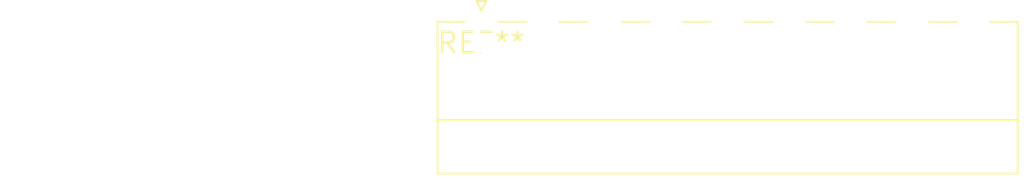
<source format=kicad_pcb>
(kicad_pcb (version 20240108) (generator pcbnew)
  (layers (0 "F.Cu" signal) (31 "B.Cu" signal) (34 "B.Paste" user) (35 "F.Paste" user) (36 "B.SilkS" user "B.Silkscreen") (37 "F.SilkS" user "F.Silkscreen") (38 "B.Mask" user) (39 "F.Mask" user) (44 "Edge.Cuts" user))
  (net 0 "")
  (footprint "PhoenixContact_MC_1,5_9-G-3.81_1x09_P3.81mm_Horizontal" (layer "F.Cu") (at 0 0)
    (property "Reference" "REF**")
    (property "Value" "PhoenixContact_MC_1,5_9-G-3.81_1x09_P3.81mm_Horizontal")
    (fp_line (start -2.71 -1.31) (end -2.71 8.11) (layer "F.SilkS") (stroke (width 0.12)))
    (fp_line (start -2.71 -1.31) (end -1.05 -1.31) (layer "F.SilkS") (stroke (width 0.12)))
    (fp_line (start -2.71 4.8) (end 33.19 4.8) (layer "F.SilkS") (stroke (width 0.12)))
    (fp_line (start -2.71 8.11) (end 33.19 8.11) (layer "F.SilkS") (stroke (width 0.12)))
    (fp_line (start -0.3 -2.6) (end 0.3 -2.6) (layer "F.SilkS") (stroke (width 0.12)))
    (fp_line (start 0 -2) (end -0.3 -2.6) (layer "F.SilkS") (stroke (width 0.12)))
    (fp_line (start 0.3 -2.6) (end 0 -2) (layer "F.SilkS") (stroke (width 0.12)))
    (fp_line (start 1.05 -1.31) (end 2.76 -1.31) (layer "F.SilkS") (stroke (width 0.12)))
    (fp_line (start 4.86 -1.31) (end 6.57 -1.31) (layer "F.SilkS") (stroke (width 0.12)))
    (fp_line (start 8.67 -1.31) (end 10.38 -1.31) (layer "F.SilkS") (stroke (width 0.12)))
    (fp_line (start 12.48 -1.31) (end 14.19 -1.31) (layer "F.SilkS") (stroke (width 0.12)))
    (fp_line (start 16.29 -1.31) (end 18 -1.31) (layer "F.SilkS") (stroke (width 0.12)))
    (fp_line (start 20.1 -1.31) (end 21.81 -1.31) (layer "F.SilkS") (stroke (width 0.12)))
    (fp_line (start 23.91 -1.31) (end 25.62 -1.31) (layer "F.SilkS") (stroke (width 0.12)))
    (fp_line (start 27.72 -1.31) (end 29.43 -1.31) (layer "F.SilkS") (stroke (width 0.12)))
    (fp_line (start 33.19 -1.31) (end 31.53 -1.31) (layer "F.SilkS") (stroke (width 0.12)))
    (fp_line (start 33.19 8.11) (end 33.19 -1.31) (layer "F.SilkS") (stroke (width 0.12)))
    (pad "1" thru_hole roundrect (at 0 0) (size 1.8 3.6) (drill 1.2) (layers *.Cu *.Mask) (remove_unused_layers) (roundrect_rratio 0.138889))
    (pad "2" thru_hole oval (at 3.81 0) (size 1.8 3.6) (drill 1.2) (layers *.Cu *.Mask) (remove_unused_layers))
    (pad "3" thru_hole oval (at 7.62 0) (size 1.8 3.6) (drill 1.2) (layers *.Cu *.Mask) (remove_unused_layers))
    (pad "4" thru_hole oval (at 11.43 0) (size 1.8 3.6) (drill 1.2) (layers *.Cu *.Mask) (remove_unused_layers))
    (pad "5" thru_hole oval (at 15.24 0) (size 1.8 3.6) (drill 1.2) (layers *.Cu *.Mask) (remove_unused_layers))
    (pad "6" thru_hole oval (at 19.05 0) (size 1.8 3.6) (drill 1.2) (layers *.Cu *.Mask) (remove_unused_layers))
    (pad "7" thru_hole oval (at 22.86 0) (size 1.8 3.6) (drill 1.2) (layers *.Cu *.Mask) (remove_unused_layers))
    (pad "8" thru_hole oval (at 26.67 0) (size 1.8 3.6) (drill 1.2) (layers *.Cu *.Mask) (remove_unused_layers))
    (pad "9" thru_hole oval (at 30.48 0) (size 1.8 3.6) (drill 1.2) (layers *.Cu *.Mask) (remove_unused_layers))
  )
)
</source>
